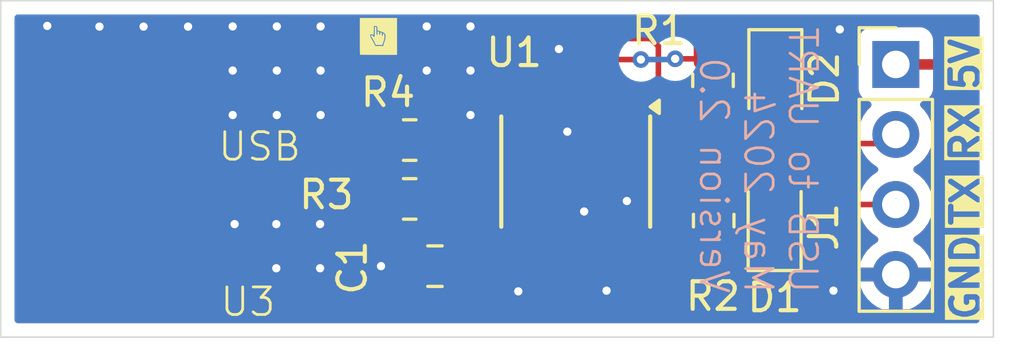
<source format=kicad_pcb>
(kicad_pcb (version 20240108) (generator "pcbnew") (generator_version "8.0")
  (layers (0 "F.Cu" signal) (31 "B.Cu" signal) (34 "B.Paste" user) (35 "F.Paste" user) (36 "B.SilkS" user "B.Silkscreen") (37 "F.SilkS" user "F.Silkscreen") (38 "B.Mask" user) (39 "F.Mask" user) (44 "Edge.Cuts" user))
  (net 0 "")
  (net 1 "Net-(D1-K)")
  (net 2 "GND")
  (net 3 "Net-(D1-A)")
  (net 4 "Net-(D2-A)")
  (net 5 "+5V")
  (net 6 "/UART_TX")
  (net 7 "/UART_RX")
  (net 8 "Net-(D2-K)")
  (net 9 "/USB_D+")
  (net 10 "/D+")
  (net 11 "/USB_D-")
  (net 12 "/D-")
  (net 13 "/MODE")
  (footprint "Resistor_SMD:R_0805_2012Metric_Pad1.20x1.40mm_HandSolder" (layer "F.Cu") (at 126.5936 53.7718)
    (property "Reference" "R3" (at -3.022599 -0.152401 180) (layer "F.SilkS"))
    (property "Value" "22R")
    (fp_line (start -0.227064 -0.735) (end 0.227064 -0.735) (stroke (width 0.12)) (layer "F.SilkS"))
    (fp_line (start -0.227064 0.735) (end 0.227064 0.735) (stroke (width 0.12)) (layer "F.SilkS"))
    (pad "1" smd roundrect (at -1 0) (size 1.2 1.4) (layers "F.Cu" "F.Paste" "F.Mask") (roundrect_rratio 0.2083333333) (net 12 "/D-"))
    (pad "2" smd roundrect (at 1 0) (size 1.2 1.4) (layers "F.Cu" "F.Paste" "F.Mask") (roundrect_rratio 0.2083333333) (net 11 "/USB_D-"))
  )
  (footprint "USB_PCB_Connector:USB_PCB_Connector_SMD" (layer "F.Cu") (at 115.824 52.7144)
    (property "Reference" "U3" (at 4.9022 4.7912 0) (layer "F.SilkS") (effects (font (thickness 0.1))))
    (property "Value" "~")
    (fp_text user "USB" (at 3.7592 -0.254 0) (layer "F.SilkS") (effects (font (thickness 0.1)) (justify left bottom)))
    (pad "1" smd roundrect (at 0 3.75) (size 7 2) (layers "F.Cu" "F.Paste" "F.Mask") (net 5 "+5V"))
    (pad "2" smd roundrect (at 0 1) (size 6 1.5) (layers "F.Cu" "F.Paste" "F.Mask") (net 12 "/D-"))
    (pad "3" smd roundrect (at 0 -1) (size 6 1.5) (layers "F.Cu" "F.Paste" "F.Mask") (net 10 "/D+"))
    (pad "4" smd roundrect (at 0 -3.75) (size 7 2) (layers "F.Cu" "F.Paste" "F.Mask") (net 2 "GND"))
  )
  (footprint "Resistor_SMD:R_0805_2012Metric_Pad1.20x1.40mm_HandSolder" (layer "F.Cu") (at 137.5918 49.4702 -90)
    (property "Reference" "R1" (at -1.8034 1.9558 180) (layer "F.SilkS"))
    (property "Value" "270")
    (fp_line (start -0.227064 0.735) (end 0.227064 0.735) (stroke (width 0.12)) (layer "F.SilkS"))
    (fp_line (start -0.227064 -0.735) (end 0.227064 -0.735) (stroke (width 0.12)) (layer "F.SilkS"))
    (pad "1" smd roundrect (at -1 0 270) (size 1.2 1.4) (layers "F.Cu" "F.Paste" "F.Mask") (roundrect_rratio 0.2083333333) (net 13 "/MODE"))
    (pad "2" smd roundrect (at 1 0 270) (size 1.2 1.4) (layers "F.Cu" "F.Paste" "F.Mask") (roundrect_rratio 0.2083333333) (net 4 "Net-(D2-A)"))
  )
  (footprint "Resistor_SMD:R_0805_2012Metric_Pad1.20x1.40mm_HandSolder" (layer "F.Cu") (at 137.6172 54.5592 90)
    (property "Reference" "R2" (at -2.7432 -0.0254 0) (layer "F.SilkS"))
    (property "Value" "270")
    (fp_line (start -0.227064 -0.735) (end 0.227064 -0.735) (stroke (width 0.12)) (layer "F.SilkS"))
    (fp_line (start -0.227064 0.735) (end 0.227064 0.735) (stroke (width 0.12)) (layer "F.SilkS"))
    (pad "1" smd roundrect (at -1 0 90) (size 1.2 1.4) (layers "F.Cu" "F.Paste" "F.Mask") (roundrect_rratio 0.2083333333) (net 13 "/MODE"))
    (pad "2" smd roundrect (at 1 0 90) (size 1.2 1.4) (layers "F.Cu" "F.Paste" "F.Mask") (roundrect_rratio 0.2083333333) (net 3 "Net-(D1-A)"))
  )
  (footprint "Package_SO:SSOP-16_3.9x4.9mm_P0.635mm" (layer "F.Cu") (at 132.6134 52.7812 -90)
    (property "Reference" "U1" (at -4.318 2.2352 180) (layer "F.SilkS"))
    (property "Value" "FT230XS")
    (fp_line (start -2 2.7) (end 2 2.7) (stroke (width 0.15)) (layer "F.SilkS"))
    (fp_line (start -2 -2.7) (end 2 -2.7) (stroke (width 0.15)) (layer "F.SilkS"))
    (fp_poly (pts (xy -2.35 -2.7) (xy -2.59 -3.03) (xy -2.11 -3.03) (xy -2.35 -2.7)) (stroke (width 0.12)) (fill solid) (layer "F.SilkS"))
    (pad "1" smd rect (at -2.6 -2.2225 270) (size 1.2 0.4) (layers "F.Cu" "F.Paste" "F.Mask") (net 6 "/UART_TX"))
    (pad "2" smd rect (at -2.6 -1.5875 270) (size 1.2 0.4) (layers "F.Cu" "F.Paste" "F.Mask"))
    (pad "3" smd rect (at -2.6 -0.9525 270) (size 1.2 0.4) (layers "F.Cu" "F.Paste" "F.Mask") (net 13 "/MODE"))
    (pad "4" smd rect (at -2.6 -0.3175 270) (size 1.2 0.4) (layers "F.Cu" "F.Paste" "F.Mask") (net 7 "/UART_RX"))
    (pad "5" smd rect (at -2.6 0.3175 270) (size 1.2 0.4) (layers "F.Cu" "F.Paste" "F.Mask") (net 2 "GND"))
    (pad "6" smd rect (at -2.6 0.9525 270) (size 1.2 0.4) (layers "F.Cu" "F.Paste" "F.Mask"))
    (pad "7" smd rect (at -2.6 1.5875 270) (size 1.2 0.4) (layers "F.Cu" "F.Paste" "F.Mask") (net 8 "Net-(D2-K)"))
    (pad "8" smd rect (at -2.6 2.2225 270) (size 1.2 0.4) (layers "F.Cu" "F.Paste" "F.Mask") (net 9 "/USB_D+"))
    (pad "9" smd rect (at 2.6 2.2225 270) (size 1.2 0.4) (layers "F.Cu" "F.Paste" "F.Mask") (net 11 "/USB_D-"))
    (pad "10" smd rect (at 2.6 1.5875 270) (size 1.2 0.4) (layers "F.Cu" "F.Paste" "F.Mask") (net 13 "/MODE"))
    (pad "11" smd rect (at 2.6 0.9525 270) (size 1.2 0.4) (layers "F.Cu" "F.Paste" "F.Mask") (net 13 "/MODE"))
    (pad "12" smd rect (at 2.6 0.3175 270) (size 1.2 0.4) (layers "F.Cu" "F.Paste" "F.Mask") (net 5 "+5V"))
    (pad "13" smd rect (at 2.6 -0.3175 270) (size 1.2 0.4) (layers "F.Cu" "F.Paste" "F.Mask") (net 2 "GND"))
    (pad "14" smd rect (at 2.6 -0.9525 270) (size 1.2 0.4) (layers "F.Cu" "F.Paste" "F.Mask") (net 1 "Net-(D1-K)"))
    (pad "15" smd rect (at 2.6 -1.5875 270) (size 1.2 0.4) (layers "F.Cu" "F.Paste" "F.Mask"))
    (pad "16" smd rect (at 2.6 -2.2225 270) (size 1.2 0.4) (layers "F.Cu" "F.Paste" "F.Mask"))
  )
  (footprint "Connector_PinHeader_2.54mm:PinHeader_1x04_P2.54mm_Vertical" (layer "F.Cu") (at 144.2212 48.895)
    (property "Reference" "J1" (at -2.6162 5.8928 90) (layer "F.SilkS"))
    (property "Value" "Conn_01x04")
    (fp_line (start -1.33 -1.33) (end 0 -1.33) (stroke (width 0.12)) (layer "F.SilkS"))
    (fp_line (start -1.33 0) (end -1.33 -1.33) (stroke (width 0.12)) (layer "F.SilkS"))
    (fp_line (start -1.33 1.27) (end -1.33 8.95) (stroke (width 0.12)) (layer "F.SilkS"))
    (fp_line (start -1.33 1.27) (end 1.33 1.27) (stroke (width 0.12)) (layer "F.SilkS"))
    (fp_line (start -1.33 8.95) (end 1.33 8.95) (stroke (width 0.12)) (layer "F.SilkS"))
    (fp_line (start 1.33 1.27) (end 1.33 8.95) (stroke (width 0.12)) (layer "F.SilkS"))
    (pad "1" thru_hole rect (at 0 0) (size 1.7 1.7) (drill 1) (layers "*.Cu" "*.Mask") (net 5 "+5V"))
    (pad "2" thru_hole oval (at 0 2.54) (size 1.7 1.7) (drill 1) (layers "*.Cu" "*.Mask") (net 7 "/UART_RX"))
    (pad "3" thru_hole oval (at 0 5.08) (size 1.7 1.7) (drill 1) (layers "*.Cu" "*.Mask") (net 6 "/UART_TX"))
    (pad "4" thru_hole oval (at 0 7.62) (size 1.7 1.7) (drill 1) (layers "*.Cu" "*.Mask") (net 2 "GND"))
  )
  (footprint "Capacitor_SMD:C_0805_2012Metric_Pad1.18x1.45mm_HandSolder" (layer "F.Cu") (at 127.508 56.2102 180)
    (property "Reference" "C1" (at 2.9972 -0.0508 90) (layer "F.SilkS"))
    (property "Value" "0.1uF")
    (fp_line (start -0.261252 0.735) (end 0.261252 0.735) (stroke (width 0.12)) (layer "F.SilkS"))
    (fp_line (start -0.261252 -0.735) (end 0.261252 -0.735) (stroke (width 0.12)) (layer "F.SilkS"))
    (pad "1" smd roundrect (at -1.0375 0 180) (size 1.175 1.45) (layers "F.Cu" "F.Paste" "F.Mask") (roundrect_rratio 0.2127659574) (net 13 "/MODE"))
    (pad "2" smd roundrect (at 1.0375 0 180) (size 1.175 1.45) (layers "F.Cu" "F.Paste" "F.Mask") (roundrect_rratio 0.2127659574) (net 2 "GND"))
  )
  (footprint "Resistor_SMD:R_0805_2012Metric_Pad1.20x1.40mm_HandSolder" (layer "F.Cu") (at 126.5936 51.6382)
    (property "Reference" "R4" (at -0.7874 -1.7272 0) (layer "F.SilkS"))
    (property "Value" "22R")
    (fp_line (start -0.227064 -0.735) (end 0.227064 -0.735) (stroke (width 0.12)) (layer "F.SilkS"))
    (fp_line (start -0.227064 0.735) (end 0.227064 0.735) (stroke (width 0.12)) (layer "F.SilkS"))
    (pad "1" smd roundrect (at -1 0) (size 1.2 1.4) (layers "F.Cu" "F.Paste" "F.Mask") (roundrect_rratio 0.2083333333) (net 10 "/D+"))
    (pad "2" smd roundrect (at 1 0) (size 1.2 1.4) (layers "F.Cu" "F.Paste" "F.Mask") (roundrect_rratio 0.2083333333) (net 9 "/USB_D+"))
  )
  (footprint "LED_SMD:LED_0805_2012Metric_Pad1.15x1.40mm_HandSolder" (layer "F.Cu") (at 139.827 54.5084 90)
    (property "Reference" "D1" (at -2.8448 0 0) (layer "F.SilkS"))
    (property "Value" "TXLED")
    (fp_line (start 1 -0.96) (end -1.86 -0.96) (stroke (width 0.12)) (layer "F.SilkS"))
    (fp_line (start -1.86 -0.96) (end -1.86 0.96) (stroke (width 0.12)) (layer "F.SilkS"))
    (fp_line (start -1.86 0.96) (end 1 0.96) (stroke (width 0.12)) (layer "F.SilkS"))
    (pad "1" smd roundrect (at -1.025 0 90) (size 1.15 1.4) (layers "F.Cu" "F.Paste" "F.Mask") (roundrect_rratio 0.2173913043) (net 1 "Net-(D1-K)"))
    (pad "2" smd roundrect (at 1.025 0 90) (size 1.15 1.4) (layers "F.Cu" "F.Paste" "F.Mask") (roundrect_rratio 0.2173913043) (net 3 "Net-(D1-A)"))
  )
  (footprint "LED_SMD:LED_0805_2012Metric_Pad1.15x1.40mm_HandSolder" (layer "F.Cu") (at 139.8524 49.4956 -90)
    (property "Reference" "D2" (at -0.0704 -1.778 90) (layer "F.SilkS"))
    (property "Value" "RXLED")
    (fp_line (start -1.86 0.96) (end 1 0.96) (stroke (width 0.12)) (layer "F.SilkS"))
    (fp_line (start -1.86 -0.96) (end -1.86 0.96) (stroke (width 0.12)) (layer "F.SilkS"))
    (fp_line (start 1 -0.96) (end -1.86 -0.96) (stroke (width 0.12)) (layer "F.SilkS"))
    (pad "1" smd roundrect (at -1.025 0 270) (size 1.15 1.4) (layers "F.Cu" "F.Paste" "F.Mask") (roundrect_rratio 0.2173913043) (net 8 "Net-(D2-K)"))
    (pad "2" smd roundrect (at 1.025 0 270) (size 1.15 1.4) (layers "F.Cu" "F.Paste" "F.Mask") (roundrect_rratio 0.2173913043) (net 4 "Net-(D2-A)"))
  )
  (footprint "LOGO" (layer "F.Cu") (at 125.3236 47.879)
    (property "Reference" "G***" (hide yes))
    (property "Value" "LOGO" (hide yes))
    (fp_poly (pts (xy 0.064851 -0.199958) (xy 0.065193 -0.140173) (xy 0.066452 -0.098851) (xy 0.068978 -0.072847) (xy 0.07312 -0.059013) (xy 0.079228 -0.054204) (xy 0.081064 -0.054043) (xy 0.090433 -0.058982) (xy 0.095489 -0.076509) (xy 0.097236 -0.110692) (xy 0.097277 -0.119612) (xy 0.097691 -0.155706) (xy 0.100464 -0.174984) (xy 0.107891 -0.182245) (xy 0.122268 -0.18229) (xy 0.127 -0.181761) (xy 0.143844 -0.178318) (xy 0.153146 -0.169285) (xy 0.157663 -0.149176) (xy 0.159964 -0.116192) (xy 0.163622 -0.078336) (xy 0.170242 -0.058753) (xy 0.178879 -0.054043) (xy 0.189265 -0.060961) (xy 0.193983 -0.083974) (xy 0.194552 -0.103399) (xy 0.195403 -0.133467) (xy 0.200284 -0.14732) (xy 0.212686 -0.150356) (xy 0.224276 -0.149335) (xy 0.240994 -0.145852) (xy 0.250581 -0.136695) (xy 0.25584 -0.116478) (xy 0.259403 -0.081906) (xy 0.265237 -0.041098) (xy 0.273271 -0.018232) (xy 0.281843 -0.014112) (xy 0.289289 -0.02954) (xy 0.293942 -0.065202) (xy 0.297233 -0.121004) (xy 0.326957 -0.097548) (xy 0.342302 -0.083764) (xy 0.351208 -0.06859) (xy 0.355406 -0.045961) (xy 0.356632 -0.009817) (xy 0.35668 0.006361) (xy 0.354952 0.051254) (xy 0.348772 0.093802) (xy 0.336646 0.141402) (xy 0.317537 0.20013) (xy 0.278393 0.313445) (xy 0.158111 0.313075) (xy 0.03783 0.312704) (xy 0 0.22947) (xy -0.025547 0.177802) (xy -0.057055 0.120424) (xy -0.087965 0.069247) (xy -0.089732 0.066517) (xy -0.112774 0.028662) (xy -0.129717 -0.003944) (xy -0.137961 -0.026081) (xy -0.138247 -0.030795) (xy -0.127501 -0.048375) (xy -0.106378 -0.047981) (xy -0.076155 -0.029847) (xy -0.06068 -0.016652) (xy -0.035608 0.003738) (xy -0.01625 0.014872) (xy -0.009581 0.015453) (xy -0.006376 0.003185) (xy -0.003626 -0.026969) (xy -0.001527 -0.071281) (xy -0.000272 -0.126024) (xy 0 -0.16817) (xy 0 -0.345873) (xy 0.032426 -0.345873) (xy 0.064851 -0.345873)) (fill solid) (layer "F.SilkS"))
    (fp_poly (pts (xy 0.810637 -0.000001) (xy 0.810637 0.670126) (xy 0.142311 0.670126) (xy 0.024073 0.670013) (xy -0.087718 0.669686) (xy -0.191193 0.669164) (xy -0.284486 0.66847) (xy -0.365731 0.667621) (xy -0.43306 0.666638) (xy -0.484607 0.665541) (xy -0.518505 0.664349) (xy -0.532887 0.663084) (xy -0.53322 0.662921) (xy -0.534498 0.651116) (xy -0.535705 0.61957) (xy -0.536818 0.570155) (xy -0.537819 0.504748) (xy -0.538686 0.425221) (xy -0.539401 0.333451) (xy -0.539942 0.231312) (xy -0.54029 0.120677) (xy -0.540424 0.003422) (xy -0.540425 -0.007206) (xy -0.540425 -0.032763) (xy -0.162128 -0.032763) (xy -0.158497 -0.003402) (xy -0.146062 0.029357) (xy -0.122505 0.071091) (xy -0.112322 0.087125) (xy -0.083132 0.135345) (xy -0.051567 0.192329) (xy -0.023744 0.24696) (xy -0.019929 0.254994) (xy 0.022657 0.345871) (xy 0.16667 0.345871) (xy 0.310683 0.345871) (xy 0.317499 0.303247) (xy 0.324742 0.272503) (xy 0.33768 0.230088) (xy 0.353742 0.184305) (xy 0.35671 0.176493) (xy 0.375202 0.123071) (xy 0.385205 0.077087) (xy 0.3889 0.027176) (xy 0.389106 0.00752) (xy 0.388513 -0.036036) (xy 0.385591 -0.064306) (xy 0.378624 -0.083611) (xy 0.365898 -0.100273) (xy 0.357511 -0.108917) (xy 0.333968 -0.128895) (xy 0.314163 -0.139818) (xy 0.310197 -0.140511) (xy 0.2905 -0.148171) (xy 0.28102 -0.156724) (xy 0.261333 -0.168124) (xy 0.232714 -0.172936) (xy 0.232382 -0.172937) (xy 0.203733 -0.177649) (xy 0.183872 -0.188997) (xy 0.183744 -0.189149) (xy 0.164201 -0.200375) (xy 0.13531 -0.205348) (xy 0.133783 -0.205362) (xy 0.097277 -0.205362) (xy 0.097277 -0.279698) (xy 0.095255 -0.327301) (xy 0.087298 -0.357044) (xy 0.070565 -0.372464) (xy 0.042216 -0.377094) (xy 0.019714 -0.376257) (xy -0.027021 -0.372894) (xy -0.030005 -0.208064) (xy -0.031604 -0.151144) (xy -0.03405 -0.102733) (xy -0.037067 -0.066536) (xy -0.040383 -0.04626) (xy -0.042192 -0.043235) (xy -0.056028 -0.050617) (xy -0.064851 -0.059447) (xy -0.084892 -0.070588) (xy -0.116489 -0.075605) (xy -0.120217 -0.07566) (xy -0.147116 -0.074544) (xy -0.159015 -0.06702) (xy -0.162035 -0.046824) (xy -0.162128 -0.032763) (xy -0.540425 -0.032763) (xy -0.540425 -0.670128) (xy 0.135106 -0.670128) (xy 0.810637 -0.670128)) (fill solid) (layer "F.SilkS"))
  )
  (gr_rect (start 111.76 46.5836) (end 147.76 58.7836) (stroke (width 0.05)) (fill none) (layer "Edge.Cuts"))
  (gr_text "USB to UART\nMay 2024\nVersion 2.0" (at 137.036022 57.26769 270) (layer "B.SilkS") (effects (font (size 1 1) (thickness 0.1)) (justify left bottom mirror)))
  (gr_text "GND" (at 147.3454 58.2676 90) (layer "F.SilkS" knockout) (effects (font (size 1 1) (thickness 0.2) (bold yes)) (justify left bottom)))
  (gr_text "5V" (at 147.32 49.9364 90) (layer "F.SilkS" knockout) (effects (font (size 1 1) (thickness 0.2) (bold yes)) (justify left bottom)))
  (gr_text "RX" (at 147.32 52.5272 90) (layer "F.SilkS" knockout) (effects (font (size 1 1) (thickness 0.2) (bold yes)) (justify left bottom)))
  (gr_text "TX" (at 147.3454 54.8386 90) (layer "F.SilkS" knockout) (effects (font (size 1 1) (thickness 0.2) (bold yes)) (justify left bottom)))
  (segment (start 133.5659 56.2737) (end 133.7818 56.4896) (width 0.2032) (layer "F.Cu") (net 1))
  (segment (start 133.7818 56.4896) (end 139.4968 56.4896) (width 0.2032) (layer "F.Cu") (net 1))
  (segment (start 133.5659 55.3812) (end 133.5659 56.2737) (width 0.2032) (layer "F.Cu") (net 1))
  (segment (start 139.827 56.1594) (end 139.827 55.5334) (width 0.2032) (layer "F.Cu") (net 1))
  (segment (start 139.4968 56.4896) (end 139.827 56.1594) (width 0.2032) (layer "F.Cu") (net 1))
  (segment (start 132.9309 55.3812) (end 132.9309 54.2417) (width 0.381) (layer "F.Cu") (net 2))
  (segment (start 132.2959 51.3207) (end 132.3086 51.3334) (width 0.381) (layer "F.Cu") (net 2))
  (segment (start 115.8308 48.9712) (end 115.824 48.9644) (width 0.381) (layer "F.Cu") (net 2))
  (segment (start 126.4705 56.2102) (end 125.5522 56.2102) (width 0.381) (layer "F.Cu") (net 2))
  (segment (start 132.9309 54.2417) (end 132.9182 54.229) (width 0.381) (layer "F.Cu") (net 2))
  (segment (start 132.2959 50.1812) (end 132.2959 51.3207) (width 0.381) (layer "F.Cu") (net 2))
  (via (at 123.3424 54.6862) (size 0.6) (drill 0.3) (layers "F.Cu" "B.Cu") (net 2))
  (via (at 127.20955 49.11725) (size 0.6) (drill 0.3) (layers "F.Cu" "B.Cu") (net 2))
  (via (at 127.20955 47.51705) (size 0.6) (drill 0.3) (layers "F.Cu" "B.Cu") (net 2))
  (via (at 121.77395 49.11725) (size 0.6) (drill 0.3) (layers "F.Cu" "B.Cu") (net 2))
  (via (at 132.9182 54.229) (size 0.6) (drill 0.3) (layers "F.Cu" "B.Cu") (net 2))
  (via (at 120.2436 54.6862) (size 0.6) (drill 0.3) (layers "F.Cu" "B.Cu") (net 2))
  (via (at 133.731 57.0992) (size 0.6) (drill 0.3) (layers "F.Cu" "B.Cu") (net 2))
  (via (at 123.36145 47.51705) (size 0.6) (drill 0.3) (layers "F.Cu" "B.Cu") (net 2))
  (via (at 121.7549 56.2864) (size 0.6) (drill 0.3) (layers "F.Cu" "B.Cu") (net 2))
  (via (at 120.17375 47.51705) (size 0.6) (drill 0.3) (layers "F.Cu" "B.Cu") (net 2))
  (via (at 132.0038 48.3362) (size 0.6) (drill 0.3) (layers "F.Cu" "B.Cu") (net 2))
  (via (at 128.79705 50.73015) (size 0.6) (drill 0.3) (layers "F.Cu" "B.Cu") (net 2))
  (via (at 130.5306 57.1246) (size 0.6) (drill 0.3) (layers "F.Cu" "B.Cu") (net 2))
  (via (at 121.7549 54.6862) (size 0.6) (drill 0.3) (layers "F.Cu" "B.Cu") (net 2))
  (via (at 134.4676 53.848) (size 0.6) (drill 0.3) (layers "F.Cu" "B.Cu") (net 2))
  (via (at 121.77395 47.51705) (size 0.6) (drill 0.3) (layers "F.Cu" "B.Cu") (net 2))
  (via (at 115.3414 47.5234) (size 0.6) (drill 0.3) (layers "F.Cu" "B.Cu") (net 2))
  (via (at 128.79705 49.11725) (size 0.6) (drill 0.3) (layers "F.Cu" "B.Cu") (net 2))
  (via (at 121.77395 50.73015) (size 0.6) (drill 0.3) (layers "F.Cu" "B.Cu") (net 2))
  (via (at 123.36145 50.73015) (size 0.6) (drill 0.3) (layers "F.Cu" "B.Cu") (net 2))
  (via (at 120.17375 49.11725) (size 0.6) (drill 0.3) (layers "F.Cu" "B.Cu") (net 2))
  (via (at 120.17375 50.73015) (size 0.6) (drill 0.3) (layers "F.Cu" "B.Cu") (net 2))
  (via (at 141.9606 57.0992) (size 0.6) (drill 0.3) (layers "F.Cu" "B.Cu") (net 2))
  (via (at 116.9416 47.5234) (size 0.6) (drill 0.3) (layers "F.Cu" "B.Cu") (net 2))
  (via (at 123.3424 56.2864) (size 0.6) (drill 0.3) (layers "F.Cu" "B.Cu") (net 2))
  (via (at 118.5545 47.5234) (size 0.6) (drill 0.3) (layers "F.Cu" "B.Cu") (net 2))
  (via (at 125.5522 56.2102) (size 0.6) (drill 0.3) (layers "F.Cu" "B.Cu") (net 2))
  (via (at 123.36145 49.11725) (size 0.6) (drill 0.3) (layers "F.Cu" "B.Cu") (net 2))
  (via (at 113.4491 47.498) (size 0.6) (drill 0.3) (layers "F.Cu" "B.Cu") (net 2))
  (via (at 142.1892 47.625) (size 0.6) (drill 0.3) (layers "F.Cu" "B.Cu") (net 2))
  (via (at 128.79705 47.51705) (size 0.6) (drill 0.3) (layers "F.Cu" "B.Cu") (net 2))
  (via (at 132.3086 51.3334) (size 0.6) (drill 0.3) (layers "F.Cu" "B.Cu") (net 2))
  (segment (start 139.827 53.4834) (end 137.693 53.4834) (width 0.2032) (layer "F.Cu") (net 3))
  (segment (start 137.693 53.4834) (end 137.6172 53.5592) (width 0.2032) (layer "F.Cu") (net 3))
  (segment (start 139.8524 50.5206) (end 137.6422 50.5206) (width 0.2032) (layer "F.Cu") (net 4))
  (segment (start 137.6422 50.5206) (end 137.5918 50.4702) (width 0.2032) (layer "F.Cu") (net 4))
  (segment (start 146.6088 49.403) (end 146.1008 48.895) (width 0.381) (layer "F.Cu") (net 5))
  (segment (start 132.2832 57.9628) (end 146.2532 57.9628) (width 0.381) (layer "F.Cu") (net 5))
  (segment (start 121.0056 57.9628) (end 132.2832 57.9628) (width 0.381) (layer "F.Cu") (net 5))
  (segment (start 119.5072 56.4644) (end 121.0056 57.9628) (width 0.381) (layer "F.Cu") (net 5))
  (segment (start 132.2959 57.9501) (end 132.2832 57.9628) (width 0.381) (layer "F.Cu") (net 5))
  (segment (start 115.824 56.4644) (end 119.5072 56.4644) (width 0.381) (layer "F.Cu") (net 5))
  (segment (start 115.5765 56.4642) (end 115.5695 56.4712) (width 0.2) (layer "F.Cu") (net 5))
  (segment (start 146.6088 57.6072) (end 146.6088 49.403) (width 0.381) (layer "F.Cu") (net 5))
  (segment (start 146.1008 48.895) (end 144.2212 48.895) (width 0.381) (layer "F.Cu") (net 5))
  (segment (start 132.2959 55.3812) (end 132.2959 57.9501) (width 0.381) (layer "F.Cu") (net 5))
  (segment (start 146.2532 57.9628) (end 146.6088 57.6072) (width 0.381) (layer "F.Cu") (net 5))
  (segment (start 134.8359 50.1812) (end 134.8359 51.9303) (width 0.2032) (layer "F.Cu") (net 6))
  (segment (start 142.8496 53.975) (end 144.2212 53.975) (width 0.2032) (layer "F.Cu") (net 6))
  (segment (start 134.8359 51.9303) (end 135.2042 52.2986) (width 0.2032) (layer "F.Cu") (net 6))
  (segment (start 135.2042 52.2986) (end 141.1732 52.2986) (width 0.2032) (layer "F.Cu") (net 6))
  (segment (start 141.1732 52.2986) (end 142.8496 53.975) (width 0.2032) (layer "F.Cu") (net 6))
  (segment (start 133.1214 47.9552) (end 135.3312 47.9552) (width 0.2032) (layer "F.Cu") (net 7))
  (segment (start 135.6106 48.2346) (end 135.6106 51.0286) (width 0.2032) (layer "F.Cu") (net 7))
  (segment (start 135.3312 47.9552) (end 135.6106 48.2346) (width 0.2032) (layer "F.Cu") (net 7))
  (segment (start 132.9309 50.1812) (end 132.9309 48.1457) (width 0.2032) (layer "F.Cu") (net 7))
  (segment (start 135.6106 51.0286) (end 136.3472 51.7652) (width 0.2032) (layer "F.Cu") (net 7))
  (segment (start 132.9309 48.1457) (end 133.1214 47.9552) (width 0.2032) (layer "F.Cu") (net 7))
  (segment (start 136.3472 51.7652) (end 143.891 51.7652) (width 0.2032) (layer "F.Cu") (net 7))
  (segment (start 143.891 51.7652) (end 144.2212 51.435) (width 0.2032) (layer "F.Cu") (net 7))
  (segment (start 131.0259 50.1812) (end 131.0259 47.7139) (width 0.2032) (layer "F.Cu") (net 8))
  (segment (start 139.8524 47.5742) (end 139.8524 48.4706) (width 0.2032) (layer "F.Cu") (net 8))
  (segment (start 131.0259 47.7139) (end 131.3434 47.3964) (width 0.2032) (layer "F.Cu") (net 8))
  (segment (start 139.6746 47.3964) (end 139.8524 47.5742) (width 0.2032) (layer "F.Cu") (net 8))
  (segment (start 131.3434 47.3964) (end 139.6746 47.3964) (width 0.2032) (layer "F.Cu") (net 8))
  (segment (start 129.485401 52.48) (end 129.9464 52.48) (width 0.2) (layer "F.Cu") (net 9))
  (segment (start 130.3909 52.0355) (end 129.9464 52.48) (width 0.2032) (layer "F.Cu") (net 9))
  (segment (start 128.643601 51.6382) (end 129.485401 52.48) (width 0.2) (layer "F.Cu") (net 9))
  (segment (start 130.3909 50.1812) (end 130.3909 52.0355) (width 0.2032) (layer "F.Cu") (net 9))
  (segment (start 127.5936 51.6382) (end 128.643601 51.6382) (width 0.2) (layer "F.Cu") (net 9))
  (segment (start 123.701799 52.48) (end 124.543599 51.6382) (width 0.2) (layer "F.Cu") (net 10))
  (segment (start 124.543599 51.6382) (end 125.5936 51.6382) (width 0.2) (layer "F.Cu") (net 10))
  (segment (start 121.099001 52.4894) (end 121.3358 52.4894) (width 0.2) (layer "F.Cu") (net 10))
  (segment (start 121.3358 52.4894) (end 121.3452 52.48) (width 0.2) (layer "F.Cu") (net 10))
  (segment (start 120.324001 51.7144) (end 121.099001 52.4894) (width 0.2) (layer "F.Cu") (net 10))
  (segment (start 121.3452 52.48) (end 123.701799 52.48) (width 0.2) (layer "F.Cu") (net 10))
  (segment (start 115.8308 51.7212) (end 115.824 51.7144) (width 0.2) (layer "F.Cu") (net 10))
  (segment (start 115.824 51.7144) (end 120.324001 51.7144) (width 0.2) (layer "F.Cu") (net 10))
  (segment (start 130.3909 55.3812) (end 130.3909 53.3745) (width 0.2032) (layer "F.Cu") (net 11))
  (segment (start 130.3909 53.3745) (end 129.9464 52.93) (width 0.2032) (layer "F.Cu") (net 11))
  (segment (start 127.5936 53.7718) (end 128.643601 53.7718) (width 0.2) (layer "F.Cu") (net 11))
  (segment (start 128.643601 53.7718) (end 129.485401 52.93) (width 0.2) (layer "F.Cu") (net 11))
  (segment (start 129.485401 52.93) (end 129.9464 52.93) (width 0.2) (layer "F.Cu") (net 11))
  (segment (start 121.517406 52.93) (end 123.701799 52.93) (width 0.2) (layer "F.Cu") (net 12))
  (segment (start 124.543599 53.7718) (end 125.5936 53.7718) (width 0.2) (layer "F.Cu") (net 12))
  (segment (start 121.508006 52.9394) (end 121.517406 52.93) (width 0.2) (layer "F.Cu") (net 12))
  (segment (start 115.8308 53.7212) (end 115.824 53.7144) (width 0.2) (layer "F.Cu") (net 12))
  (segment (start 121.099001 52.9394) (end 121.508006 52.9394) (width 0.2) (layer "F.Cu") (net 12))
  (segment (start 120.324001 53.7144) (end 121.099001 52.9394) (width 0.2) (layer "F.Cu") (net 12))
  (segment (start 115.824 53.7144) (end 120.324001 53.7144) (width 0.2) (layer "F.Cu") (net 12))
  (segment (start 123.701799 52.93) (end 124.543599 53.7718) (width 0.2) (layer "F.Cu") (net 12))
  (segment (start 128.7487 56.4134) (end 128.5455 56.2102) (width 0.2032) (layer "F.Cu") (net 13))
  (segment (start 133.5532 52.4256) (end 133.9088 52.7812) (width 0.2032) (layer "F.Cu") (net 13))
  (segment (start 133.5532 52.4002) (end 133.5532 50.1939) (width 0.2032) (layer "F.Cu") (net 13))
  (segment (start 133.9088 52.7812) (end 135.9408 52.7812) (width 0.2032) (layer "F.Cu") (net 13))
  (segment (start 131.0259 55.3812) (end 131.0259 53.0733) (width 0.2032) (layer "F.Cu") (net 13))
  (segment (start 135.9408 52.7812) (end 136.0678 52.9082) (width 0.2032) (layer "F.Cu") (net 13))
  (segment (start 136.2202 48.6918) (end 137.3702 48.6918) (width 0.2032) (layer "F.Cu") (net 13))
  (segment (start 133.5532 52.4002) (end 133.5532 52.4256) (width 0.2032) (layer "F.Cu") (net 13))
  (segment (start 136.0678 52.9082) (end 136.0678 55.1942) (width 0.2032) (layer "F.Cu") (net 13))
  (segment (start 134.9756 48.7172) (end 133.9596 48.7172) (width 0.2032) (layer "F.Cu") (net 13))
  (segment (start 131.5466 56.4134) (end 128.7487 56.4134) (width 0.2032) (layer "F.Cu") (net 13))
  (segment (start 131.6609 56.2991) (end 131.5466 56.4134) (width 0.2032) (layer "F.Cu") (net 13))
  (segment (start 133.9596 48.7172) (end 133.5659 49.1109) (width 0.2032) (layer "F.Cu") (net 13))
  (segment (start 136.4328 55.5592) (end 137.6172 55.5592) (width 0.2032) (layer "F.Cu") (net 13))
  (segment (start 136.0678 55.1942) (end 136.4328 55.5592) (width 0.2032) (layer "F.Cu") (net 13))
  (segment (start 133.1976 52.7558) (end 133.5532 52.4002) (width 0.2032) (layer "F.Cu") (net 13))
  (segment (start 131.0259 53.0733) (end 131.3434 52.7558) (width 0.2032) (layer "F.Cu") (net 13))
  (segment (start 133.5532 50.1939) (end 133.5659 50.1812) (width 0.2032) (layer "F.Cu") (net 13))
  (segment (start 131.6609 55.3812) (end 131.0259 55.3812) (width 0.2032) (layer "F.Cu") (net 13))
  (segment (start 137.3702 48.6918) (end 137.5918 48.4702) (width 0.2032) (layer "F.Cu") (net 13))
  (segment (start 133.5659 49.1109) (end 133.5659 50.1812) (width 0.2032) (layer "F.Cu") (net 13))
  (segment (start 131.3434 52.7558) (end 133.1976 52.7558) (width 0.2032) (layer "F.Cu") (net 13))
  (segment (start 131.6609 55.3812) (end 131.6609 56.2991) (width 0.2032) (layer "F.Cu") (net 13))
  (via (at 136.2202 48.6918) (size 0.6) (drill 0.3) (layers "F.Cu" "B.Cu") (net 13))
  (via (at 134.9756 48.7172) (size 0.6) (drill 0.3) (layers "F.Cu" "B.Cu") (net 13))
  (segment (start 134.9756 48.7172) (end 136.1948 48.7172) (width 0.2032) (layer "B.Cu") (net 13))
  (segment (start 136.1948 48.7172) (end 136.2202 48.6918) (width 0.2032) (layer "B.Cu") (net 13))
  (zone (net 2) (net_name "GND") (layer "F.Cu") (priority 1) (connect_pads (clearance 0.5)) (min_thickness 0.25) (fill yes (thermal_gap 0.5) (thermal_bridge_width 0.5))
    (polygon (pts (xy 111.76 46.5836) (xy 147.7518 46.5836) (xy 147.7518 58.7756) (xy 111.76 58.7756)))
  )
  (zone (net 2) (net_name "GND") (layer "B.Cu") (connect_pads (clearance 0.5)) (min_thickness 0.25) (fill yes (thermal_gap 0.5) (thermal_bridge_width 0.5))
    (polygon (pts (xy 111.76 46.5836) (xy 147.7518 46.5836) (xy 147.7518 58.7756) (xy 111.76 58.7756)))
  )
)
</source>
